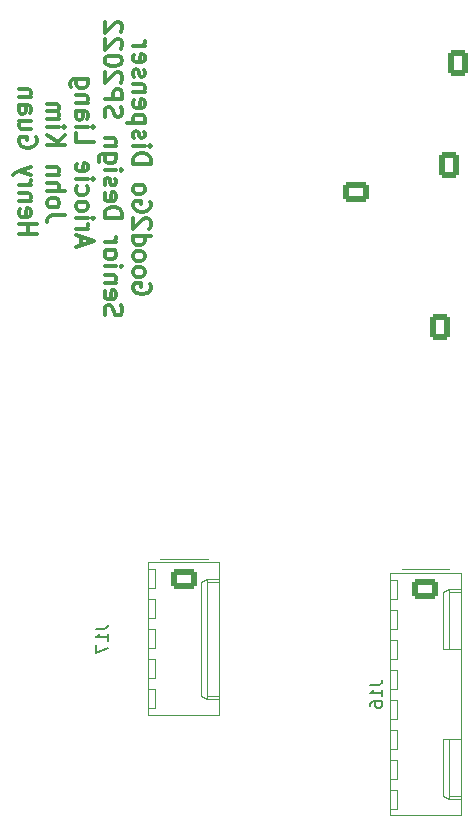
<source format=gbo>
%TF.GenerationSoftware,KiCad,Pcbnew,(6.0.1)*%
%TF.CreationDate,2022-03-08T14:51:08-06:00*%
%TF.ProjectId,arliang2_good2go_2,61726c69-616e-4673-925f-676f6f643267,rev?*%
%TF.SameCoordinates,Original*%
%TF.FileFunction,Legend,Bot*%
%TF.FilePolarity,Positive*%
%FSLAX46Y46*%
G04 Gerber Fmt 4.6, Leading zero omitted, Abs format (unit mm)*
G04 Created by KiCad (PCBNEW (6.0.1)) date 2022-03-08 14:51:08*
%MOMM*%
%LPD*%
G01*
G04 APERTURE LIST*
G04 Aperture macros list*
%AMRoundRect*
0 Rectangle with rounded corners*
0 $1 Rounding radius*
0 $2 $3 $4 $5 $6 $7 $8 $9 X,Y pos of 4 corners*
0 Add a 4 corners polygon primitive as box body*
4,1,4,$2,$3,$4,$5,$6,$7,$8,$9,$2,$3,0*
0 Add four circle primitives for the rounded corners*
1,1,$1+$1,$2,$3*
1,1,$1+$1,$4,$5*
1,1,$1+$1,$6,$7*
1,1,$1+$1,$8,$9*
0 Add four rect primitives between the rounded corners*
20,1,$1+$1,$2,$3,$4,$5,0*
20,1,$1+$1,$4,$5,$6,$7,0*
20,1,$1+$1,$6,$7,$8,$9,0*
20,1,$1+$1,$8,$9,$2,$3,0*%
G04 Aperture macros list end*
%ADD10C,0.300000*%
%ADD11C,0.150000*%
%ADD12C,0.120000*%
%ADD13O,1.740000X2.190000*%
%ADD14RoundRect,0.250000X-0.620000X-0.845000X0.620000X-0.845000X0.620000X0.845000X-0.620000X0.845000X0*%
%ADD15C,1.500000*%
%ADD16C,3.200000*%
%ADD17RoundRect,0.250000X-0.845000X0.620000X-0.845000X-0.620000X0.845000X-0.620000X0.845000X0.620000X0*%
%ADD18O,2.190000X1.740000*%
%ADD19C,2.900000*%
%ADD20R,2.100000X1.900000*%
%ADD21O,2.100000X1.900000*%
%ADD22R,1.600000X1.600000*%
%ADD23O,1.600000X1.600000*%
%ADD24RoundRect,0.250000X0.620000X0.845000X-0.620000X0.845000X-0.620000X-0.845000X0.620000X-0.845000X0*%
%ADD25C,1.700000*%
%ADD26RoundRect,0.250000X0.600000X0.600000X-0.600000X0.600000X-0.600000X-0.600000X0.600000X-0.600000X0*%
%ADD27RoundRect,0.250000X0.845000X-0.620000X0.845000X0.620000X-0.845000X0.620000X-0.845000X-0.620000X0*%
%ADD28C,1.600000*%
%ADD29C,3.000000*%
%ADD30RoundRect,0.250000X-0.600000X-0.600000X0.600000X-0.600000X0.600000X0.600000X-0.600000X0.600000X0*%
G04 APERTURE END LIST*
D10*
X157411511Y-96233631D02*
X157482939Y-96376489D01*
X157482939Y-96590774D01*
X157411511Y-96805060D01*
X157268653Y-96947917D01*
X157125796Y-97019346D01*
X156840082Y-97090774D01*
X156625796Y-97090774D01*
X156340082Y-97019346D01*
X156197225Y-96947917D01*
X156054368Y-96805060D01*
X155982939Y-96590774D01*
X155982939Y-96447917D01*
X156054368Y-96233631D01*
X156125796Y-96162203D01*
X156625796Y-96162203D01*
X156625796Y-96447917D01*
X155982939Y-95305060D02*
X156054368Y-95447917D01*
X156125796Y-95519346D01*
X156268653Y-95590774D01*
X156697225Y-95590774D01*
X156840082Y-95519346D01*
X156911511Y-95447917D01*
X156982939Y-95305060D01*
X156982939Y-95090774D01*
X156911511Y-94947917D01*
X156840082Y-94876489D01*
X156697225Y-94805060D01*
X156268653Y-94805060D01*
X156125796Y-94876489D01*
X156054368Y-94947917D01*
X155982939Y-95090774D01*
X155982939Y-95305060D01*
X155982939Y-93947917D02*
X156054368Y-94090774D01*
X156125796Y-94162203D01*
X156268653Y-94233631D01*
X156697225Y-94233631D01*
X156840082Y-94162203D01*
X156911511Y-94090774D01*
X156982939Y-93947917D01*
X156982939Y-93733631D01*
X156911511Y-93590774D01*
X156840082Y-93519346D01*
X156697225Y-93447917D01*
X156268653Y-93447917D01*
X156125796Y-93519346D01*
X156054368Y-93590774D01*
X155982939Y-93733631D01*
X155982939Y-93947917D01*
X155982939Y-92162203D02*
X157482939Y-92162203D01*
X156054368Y-92162203D02*
X155982939Y-92305060D01*
X155982939Y-92590774D01*
X156054368Y-92733631D01*
X156125796Y-92805060D01*
X156268653Y-92876489D01*
X156697225Y-92876489D01*
X156840082Y-92805060D01*
X156911511Y-92733631D01*
X156982939Y-92590774D01*
X156982939Y-92305060D01*
X156911511Y-92162203D01*
X157340082Y-91519346D02*
X157411511Y-91447917D01*
X157482939Y-91305060D01*
X157482939Y-90947917D01*
X157411511Y-90805060D01*
X157340082Y-90733631D01*
X157197225Y-90662203D01*
X157054368Y-90662203D01*
X156840082Y-90733631D01*
X155982939Y-91590774D01*
X155982939Y-90662203D01*
X157411511Y-89233631D02*
X157482939Y-89376489D01*
X157482939Y-89590774D01*
X157411511Y-89805060D01*
X157268653Y-89947917D01*
X157125796Y-90019346D01*
X156840082Y-90090774D01*
X156625796Y-90090774D01*
X156340082Y-90019346D01*
X156197225Y-89947917D01*
X156054368Y-89805060D01*
X155982939Y-89590774D01*
X155982939Y-89447917D01*
X156054368Y-89233631D01*
X156125796Y-89162203D01*
X156625796Y-89162203D01*
X156625796Y-89447917D01*
X155982939Y-88305060D02*
X156054368Y-88447917D01*
X156125796Y-88519346D01*
X156268653Y-88590774D01*
X156697225Y-88590774D01*
X156840082Y-88519346D01*
X156911511Y-88447917D01*
X156982939Y-88305060D01*
X156982939Y-88090774D01*
X156911511Y-87947917D01*
X156840082Y-87876489D01*
X156697225Y-87805060D01*
X156268653Y-87805060D01*
X156125796Y-87876489D01*
X156054368Y-87947917D01*
X155982939Y-88090774D01*
X155982939Y-88305060D01*
X155982939Y-86019346D02*
X157482939Y-86019346D01*
X157482939Y-85662203D01*
X157411511Y-85447917D01*
X157268653Y-85305060D01*
X157125796Y-85233631D01*
X156840082Y-85162203D01*
X156625796Y-85162203D01*
X156340082Y-85233631D01*
X156197225Y-85305060D01*
X156054368Y-85447917D01*
X155982939Y-85662203D01*
X155982939Y-86019346D01*
X155982939Y-84519346D02*
X156982939Y-84519346D01*
X157482939Y-84519346D02*
X157411511Y-84590774D01*
X157340082Y-84519346D01*
X157411511Y-84447917D01*
X157482939Y-84519346D01*
X157340082Y-84519346D01*
X156054368Y-83876489D02*
X155982939Y-83733631D01*
X155982939Y-83447917D01*
X156054368Y-83305060D01*
X156197225Y-83233631D01*
X156268653Y-83233631D01*
X156411511Y-83305060D01*
X156482939Y-83447917D01*
X156482939Y-83662203D01*
X156554368Y-83805060D01*
X156697225Y-83876489D01*
X156768653Y-83876489D01*
X156911511Y-83805060D01*
X156982939Y-83662203D01*
X156982939Y-83447917D01*
X156911511Y-83305060D01*
X156982939Y-82590774D02*
X155482939Y-82590774D01*
X156911511Y-82590774D02*
X156982939Y-82447917D01*
X156982939Y-82162203D01*
X156911511Y-82019346D01*
X156840082Y-81947917D01*
X156697225Y-81876489D01*
X156268653Y-81876489D01*
X156125796Y-81947917D01*
X156054368Y-82019346D01*
X155982939Y-82162203D01*
X155982939Y-82447917D01*
X156054368Y-82590774D01*
X156054368Y-80662203D02*
X155982939Y-80805060D01*
X155982939Y-81090774D01*
X156054368Y-81233631D01*
X156197225Y-81305060D01*
X156768653Y-81305060D01*
X156911511Y-81233631D01*
X156982939Y-81090774D01*
X156982939Y-80805060D01*
X156911511Y-80662203D01*
X156768653Y-80590774D01*
X156625796Y-80590774D01*
X156482939Y-81305060D01*
X156982939Y-79947917D02*
X155982939Y-79947917D01*
X156840082Y-79947917D02*
X156911511Y-79876489D01*
X156982939Y-79733631D01*
X156982939Y-79519346D01*
X156911511Y-79376489D01*
X156768653Y-79305060D01*
X155982939Y-79305060D01*
X156054368Y-78662203D02*
X155982939Y-78519346D01*
X155982939Y-78233631D01*
X156054368Y-78090774D01*
X156197225Y-78019346D01*
X156268653Y-78019346D01*
X156411511Y-78090774D01*
X156482939Y-78233631D01*
X156482939Y-78447917D01*
X156554368Y-78590774D01*
X156697225Y-78662203D01*
X156768653Y-78662203D01*
X156911511Y-78590774D01*
X156982939Y-78447917D01*
X156982939Y-78233631D01*
X156911511Y-78090774D01*
X156054368Y-76805060D02*
X155982939Y-76947917D01*
X155982939Y-77233631D01*
X156054368Y-77376489D01*
X156197225Y-77447917D01*
X156768653Y-77447917D01*
X156911511Y-77376489D01*
X156982939Y-77233631D01*
X156982939Y-76947917D01*
X156911511Y-76805060D01*
X156768653Y-76733631D01*
X156625796Y-76733631D01*
X156482939Y-77447917D01*
X155982939Y-76090774D02*
X156982939Y-76090774D01*
X156697225Y-76090774D02*
X156840082Y-76019346D01*
X156911511Y-75947917D01*
X156982939Y-75805060D01*
X156982939Y-75662203D01*
X153639368Y-98876489D02*
X153567939Y-98662203D01*
X153567939Y-98305060D01*
X153639368Y-98162203D01*
X153710796Y-98090774D01*
X153853653Y-98019346D01*
X153996511Y-98019346D01*
X154139368Y-98090774D01*
X154210796Y-98162203D01*
X154282225Y-98305060D01*
X154353653Y-98590774D01*
X154425082Y-98733631D01*
X154496511Y-98805060D01*
X154639368Y-98876489D01*
X154782225Y-98876489D01*
X154925082Y-98805060D01*
X154996511Y-98733631D01*
X155067939Y-98590774D01*
X155067939Y-98233631D01*
X154996511Y-98019346D01*
X153639368Y-96805060D02*
X153567939Y-96947917D01*
X153567939Y-97233631D01*
X153639368Y-97376489D01*
X153782225Y-97447917D01*
X154353653Y-97447917D01*
X154496511Y-97376489D01*
X154567939Y-97233631D01*
X154567939Y-96947917D01*
X154496511Y-96805060D01*
X154353653Y-96733631D01*
X154210796Y-96733631D01*
X154067939Y-97447917D01*
X154567939Y-96090774D02*
X153567939Y-96090774D01*
X154425082Y-96090774D02*
X154496511Y-96019346D01*
X154567939Y-95876489D01*
X154567939Y-95662203D01*
X154496511Y-95519346D01*
X154353653Y-95447917D01*
X153567939Y-95447917D01*
X153567939Y-94733631D02*
X154567939Y-94733631D01*
X155067939Y-94733631D02*
X154996511Y-94805060D01*
X154925082Y-94733631D01*
X154996511Y-94662203D01*
X155067939Y-94733631D01*
X154925082Y-94733631D01*
X153567939Y-93805060D02*
X153639368Y-93947917D01*
X153710796Y-94019346D01*
X153853653Y-94090774D01*
X154282225Y-94090774D01*
X154425082Y-94019346D01*
X154496511Y-93947917D01*
X154567939Y-93805060D01*
X154567939Y-93590774D01*
X154496511Y-93447917D01*
X154425082Y-93376489D01*
X154282225Y-93305060D01*
X153853653Y-93305060D01*
X153710796Y-93376489D01*
X153639368Y-93447917D01*
X153567939Y-93590774D01*
X153567939Y-93805060D01*
X153567939Y-92662203D02*
X154567939Y-92662203D01*
X154282225Y-92662203D02*
X154425082Y-92590774D01*
X154496511Y-92519346D01*
X154567939Y-92376489D01*
X154567939Y-92233631D01*
X153567939Y-90590774D02*
X155067939Y-90590774D01*
X155067939Y-90233631D01*
X154996511Y-90019346D01*
X154853653Y-89876489D01*
X154710796Y-89805060D01*
X154425082Y-89733631D01*
X154210796Y-89733631D01*
X153925082Y-89805060D01*
X153782225Y-89876489D01*
X153639368Y-90019346D01*
X153567939Y-90233631D01*
X153567939Y-90590774D01*
X153639368Y-88519346D02*
X153567939Y-88662203D01*
X153567939Y-88947917D01*
X153639368Y-89090774D01*
X153782225Y-89162203D01*
X154353653Y-89162203D01*
X154496511Y-89090774D01*
X154567939Y-88947917D01*
X154567939Y-88662203D01*
X154496511Y-88519346D01*
X154353653Y-88447917D01*
X154210796Y-88447917D01*
X154067939Y-89162203D01*
X153639368Y-87876489D02*
X153567939Y-87733631D01*
X153567939Y-87447917D01*
X153639368Y-87305060D01*
X153782225Y-87233631D01*
X153853653Y-87233631D01*
X153996511Y-87305060D01*
X154067939Y-87447917D01*
X154067939Y-87662203D01*
X154139368Y-87805060D01*
X154282225Y-87876489D01*
X154353653Y-87876489D01*
X154496511Y-87805060D01*
X154567939Y-87662203D01*
X154567939Y-87447917D01*
X154496511Y-87305060D01*
X153567939Y-86590774D02*
X154567939Y-86590774D01*
X155067939Y-86590774D02*
X154996511Y-86662203D01*
X154925082Y-86590774D01*
X154996511Y-86519346D01*
X155067939Y-86590774D01*
X154925082Y-86590774D01*
X154567939Y-85233631D02*
X153353653Y-85233631D01*
X153210796Y-85305060D01*
X153139368Y-85376489D01*
X153067939Y-85519346D01*
X153067939Y-85733631D01*
X153139368Y-85876489D01*
X153639368Y-85233631D02*
X153567939Y-85376489D01*
X153567939Y-85662203D01*
X153639368Y-85805060D01*
X153710796Y-85876489D01*
X153853653Y-85947917D01*
X154282225Y-85947917D01*
X154425082Y-85876489D01*
X154496511Y-85805060D01*
X154567939Y-85662203D01*
X154567939Y-85376489D01*
X154496511Y-85233631D01*
X154567939Y-84519346D02*
X153567939Y-84519346D01*
X154425082Y-84519346D02*
X154496511Y-84447917D01*
X154567939Y-84305060D01*
X154567939Y-84090774D01*
X154496511Y-83947917D01*
X154353653Y-83876489D01*
X153567939Y-83876489D01*
X153639368Y-82090774D02*
X153567939Y-81876489D01*
X153567939Y-81519346D01*
X153639368Y-81376489D01*
X153710796Y-81305060D01*
X153853653Y-81233631D01*
X153996511Y-81233631D01*
X154139368Y-81305060D01*
X154210796Y-81376489D01*
X154282225Y-81519346D01*
X154353653Y-81805060D01*
X154425082Y-81947917D01*
X154496511Y-82019346D01*
X154639368Y-82090774D01*
X154782225Y-82090774D01*
X154925082Y-82019346D01*
X154996511Y-81947917D01*
X155067939Y-81805060D01*
X155067939Y-81447917D01*
X154996511Y-81233631D01*
X153567939Y-80590774D02*
X155067939Y-80590774D01*
X155067939Y-80019346D01*
X154996511Y-79876489D01*
X154925082Y-79805060D01*
X154782225Y-79733631D01*
X154567939Y-79733631D01*
X154425082Y-79805060D01*
X154353653Y-79876489D01*
X154282225Y-80019346D01*
X154282225Y-80590774D01*
X154925082Y-79162203D02*
X154996511Y-79090774D01*
X155067939Y-78947917D01*
X155067939Y-78590774D01*
X154996511Y-78447917D01*
X154925082Y-78376489D01*
X154782225Y-78305060D01*
X154639368Y-78305060D01*
X154425082Y-78376489D01*
X153567939Y-79233631D01*
X153567939Y-78305060D01*
X155067939Y-77376489D02*
X155067939Y-77233631D01*
X154996511Y-77090774D01*
X154925082Y-77019346D01*
X154782225Y-76947917D01*
X154496511Y-76876489D01*
X154139368Y-76876489D01*
X153853653Y-76947917D01*
X153710796Y-77019346D01*
X153639368Y-77090774D01*
X153567939Y-77233631D01*
X153567939Y-77376489D01*
X153639368Y-77519346D01*
X153710796Y-77590774D01*
X153853653Y-77662203D01*
X154139368Y-77733631D01*
X154496511Y-77733631D01*
X154782225Y-77662203D01*
X154925082Y-77590774D01*
X154996511Y-77519346D01*
X155067939Y-77376489D01*
X154925082Y-76305060D02*
X154996511Y-76233631D01*
X155067939Y-76090774D01*
X155067939Y-75733631D01*
X154996511Y-75590774D01*
X154925082Y-75519346D01*
X154782225Y-75447917D01*
X154639368Y-75447917D01*
X154425082Y-75519346D01*
X153567939Y-76376489D01*
X153567939Y-75447917D01*
X154925082Y-74876489D02*
X154996511Y-74805060D01*
X155067939Y-74662203D01*
X155067939Y-74305060D01*
X154996511Y-74162203D01*
X154925082Y-74090774D01*
X154782225Y-74019346D01*
X154639368Y-74019346D01*
X154425082Y-74090774D01*
X153567939Y-74947917D01*
X153567939Y-74019346D01*
X151581511Y-92947917D02*
X151581511Y-92233631D01*
X151152939Y-93090774D02*
X152652939Y-92590774D01*
X151152939Y-92090774D01*
X151152939Y-91590774D02*
X152152939Y-91590774D01*
X151867225Y-91590774D02*
X152010082Y-91519346D01*
X152081511Y-91447917D01*
X152152939Y-91305060D01*
X152152939Y-91162203D01*
X151152939Y-90662203D02*
X152152939Y-90662203D01*
X152652939Y-90662203D02*
X152581511Y-90733631D01*
X152510082Y-90662203D01*
X152581511Y-90590774D01*
X152652939Y-90662203D01*
X152510082Y-90662203D01*
X151152939Y-89733631D02*
X151224368Y-89876489D01*
X151295796Y-89947917D01*
X151438653Y-90019346D01*
X151867225Y-90019346D01*
X152010082Y-89947917D01*
X152081511Y-89876489D01*
X152152939Y-89733631D01*
X152152939Y-89519346D01*
X152081511Y-89376489D01*
X152010082Y-89305060D01*
X151867225Y-89233631D01*
X151438653Y-89233631D01*
X151295796Y-89305060D01*
X151224368Y-89376489D01*
X151152939Y-89519346D01*
X151152939Y-89733631D01*
X151224368Y-87947917D02*
X151152939Y-88090774D01*
X151152939Y-88376489D01*
X151224368Y-88519346D01*
X151295796Y-88590774D01*
X151438653Y-88662203D01*
X151867225Y-88662203D01*
X152010082Y-88590774D01*
X152081511Y-88519346D01*
X152152939Y-88376489D01*
X152152939Y-88090774D01*
X152081511Y-87947917D01*
X151152939Y-87305060D02*
X152152939Y-87305060D01*
X152652939Y-87305060D02*
X152581511Y-87376489D01*
X152510082Y-87305060D01*
X152581511Y-87233631D01*
X152652939Y-87305060D01*
X152510082Y-87305060D01*
X151224368Y-86019346D02*
X151152939Y-86162203D01*
X151152939Y-86447917D01*
X151224368Y-86590774D01*
X151367225Y-86662203D01*
X151938653Y-86662203D01*
X152081511Y-86590774D01*
X152152939Y-86447917D01*
X152152939Y-86162203D01*
X152081511Y-86019346D01*
X151938653Y-85947917D01*
X151795796Y-85947917D01*
X151652939Y-86662203D01*
X151152939Y-83447917D02*
X151152939Y-84162203D01*
X152652939Y-84162203D01*
X151152939Y-82947917D02*
X152152939Y-82947917D01*
X152652939Y-82947917D02*
X152581511Y-83019346D01*
X152510082Y-82947917D01*
X152581511Y-82876489D01*
X152652939Y-82947917D01*
X152510082Y-82947917D01*
X151152939Y-81590774D02*
X151938653Y-81590774D01*
X152081511Y-81662203D01*
X152152939Y-81805060D01*
X152152939Y-82090774D01*
X152081511Y-82233631D01*
X151224368Y-81590774D02*
X151152939Y-81733631D01*
X151152939Y-82090774D01*
X151224368Y-82233631D01*
X151367225Y-82305060D01*
X151510082Y-82305060D01*
X151652939Y-82233631D01*
X151724368Y-82090774D01*
X151724368Y-81733631D01*
X151795796Y-81590774D01*
X152152939Y-80876489D02*
X151152939Y-80876489D01*
X152010082Y-80876489D02*
X152081511Y-80805060D01*
X152152939Y-80662203D01*
X152152939Y-80447917D01*
X152081511Y-80305060D01*
X151938653Y-80233631D01*
X151152939Y-80233631D01*
X152152939Y-78876489D02*
X150938653Y-78876489D01*
X150795796Y-78947917D01*
X150724368Y-79019346D01*
X150652939Y-79162203D01*
X150652939Y-79376489D01*
X150724368Y-79519346D01*
X151224368Y-78876489D02*
X151152939Y-79019346D01*
X151152939Y-79305060D01*
X151224368Y-79447917D01*
X151295796Y-79519346D01*
X151438653Y-79590774D01*
X151867225Y-79590774D01*
X152010082Y-79519346D01*
X152081511Y-79447917D01*
X152152939Y-79305060D01*
X152152939Y-79019346D01*
X152081511Y-78876489D01*
X150237939Y-90376489D02*
X149166511Y-90376489D01*
X148952225Y-90447917D01*
X148809368Y-90590774D01*
X148737939Y-90805060D01*
X148737939Y-90947917D01*
X148737939Y-89447917D02*
X148809368Y-89590774D01*
X148880796Y-89662203D01*
X149023653Y-89733631D01*
X149452225Y-89733631D01*
X149595082Y-89662203D01*
X149666511Y-89590774D01*
X149737939Y-89447917D01*
X149737939Y-89233631D01*
X149666511Y-89090774D01*
X149595082Y-89019346D01*
X149452225Y-88947917D01*
X149023653Y-88947917D01*
X148880796Y-89019346D01*
X148809368Y-89090774D01*
X148737939Y-89233631D01*
X148737939Y-89447917D01*
X148737939Y-88305060D02*
X150237939Y-88305060D01*
X148737939Y-87662203D02*
X149523653Y-87662203D01*
X149666511Y-87733631D01*
X149737939Y-87876488D01*
X149737939Y-88090774D01*
X149666511Y-88233631D01*
X149595082Y-88305060D01*
X149737939Y-86947917D02*
X148737939Y-86947917D01*
X149595082Y-86947917D02*
X149666511Y-86876488D01*
X149737939Y-86733631D01*
X149737939Y-86519346D01*
X149666511Y-86376488D01*
X149523653Y-86305060D01*
X148737939Y-86305060D01*
X148737939Y-84447917D02*
X150237939Y-84447917D01*
X148737939Y-83590774D02*
X149595082Y-84233631D01*
X150237939Y-83590774D02*
X149380796Y-84447917D01*
X148737939Y-82947917D02*
X149737939Y-82947917D01*
X150237939Y-82947917D02*
X150166511Y-83019346D01*
X150095082Y-82947917D01*
X150166511Y-82876488D01*
X150237939Y-82947917D01*
X150095082Y-82947917D01*
X148737939Y-82233631D02*
X149737939Y-82233631D01*
X149595082Y-82233631D02*
X149666511Y-82162203D01*
X149737939Y-82019346D01*
X149737939Y-81805060D01*
X149666511Y-81662203D01*
X149523653Y-81590774D01*
X148737939Y-81590774D01*
X149523653Y-81590774D02*
X149666511Y-81519346D01*
X149737939Y-81376488D01*
X149737939Y-81162203D01*
X149666511Y-81019346D01*
X149523653Y-80947917D01*
X148737939Y-80947917D01*
X146322939Y-92019346D02*
X147822939Y-92019346D01*
X147108653Y-92019346D02*
X147108653Y-91162203D01*
X146322939Y-91162203D02*
X147822939Y-91162203D01*
X146394368Y-89876489D02*
X146322939Y-90019346D01*
X146322939Y-90305060D01*
X146394368Y-90447917D01*
X146537225Y-90519346D01*
X147108653Y-90519346D01*
X147251511Y-90447917D01*
X147322939Y-90305060D01*
X147322939Y-90019346D01*
X147251511Y-89876489D01*
X147108653Y-89805060D01*
X146965796Y-89805060D01*
X146822939Y-90519346D01*
X147322939Y-89162203D02*
X146322939Y-89162203D01*
X147180082Y-89162203D02*
X147251511Y-89090774D01*
X147322939Y-88947917D01*
X147322939Y-88733631D01*
X147251511Y-88590774D01*
X147108653Y-88519346D01*
X146322939Y-88519346D01*
X146322939Y-87805060D02*
X147322939Y-87805060D01*
X147037225Y-87805060D02*
X147180082Y-87733631D01*
X147251511Y-87662203D01*
X147322939Y-87519346D01*
X147322939Y-87376489D01*
X147322939Y-87019346D02*
X146322939Y-86662203D01*
X147322939Y-86305060D02*
X146322939Y-86662203D01*
X145965796Y-86805060D01*
X145894368Y-86876489D01*
X145822939Y-87019346D01*
X147751511Y-83805060D02*
X147822939Y-83947917D01*
X147822939Y-84162203D01*
X147751511Y-84376489D01*
X147608653Y-84519346D01*
X147465796Y-84590774D01*
X147180082Y-84662203D01*
X146965796Y-84662203D01*
X146680082Y-84590774D01*
X146537225Y-84519346D01*
X146394368Y-84376489D01*
X146322939Y-84162203D01*
X146322939Y-84019346D01*
X146394368Y-83805060D01*
X146465796Y-83733631D01*
X146965796Y-83733631D01*
X146965796Y-84019346D01*
X147322939Y-82447917D02*
X146322939Y-82447917D01*
X147322939Y-83090774D02*
X146537225Y-83090774D01*
X146394368Y-83019346D01*
X146322939Y-82876489D01*
X146322939Y-82662203D01*
X146394368Y-82519346D01*
X146465796Y-82447917D01*
X146322939Y-81090774D02*
X147108653Y-81090774D01*
X147251511Y-81162203D01*
X147322939Y-81305060D01*
X147322939Y-81590774D01*
X147251511Y-81733631D01*
X146394368Y-81090774D02*
X146322939Y-81233631D01*
X146322939Y-81590774D01*
X146394368Y-81733631D01*
X146537225Y-81805060D01*
X146680082Y-81805060D01*
X146822939Y-81733631D01*
X146894368Y-81590774D01*
X146894368Y-81233631D01*
X146965796Y-81090774D01*
X147322939Y-80376489D02*
X146322939Y-80376489D01*
X147180082Y-80376489D02*
X147251511Y-80305060D01*
X147322939Y-80162203D01*
X147322939Y-79947917D01*
X147251511Y-79805060D01*
X147108653Y-79733631D01*
X146322939Y-79733631D01*
D11*
%TO.C,J16*%
X176069380Y-130127476D02*
X176783666Y-130127476D01*
X176926523Y-130079857D01*
X177021761Y-129984619D01*
X177069380Y-129841761D01*
X177069380Y-129746523D01*
X177069380Y-131127476D02*
X177069380Y-130556047D01*
X177069380Y-130841761D02*
X176069380Y-130841761D01*
X176212238Y-130746523D01*
X176307476Y-130651285D01*
X176355095Y-130556047D01*
X176069380Y-131984619D02*
X176069380Y-131794142D01*
X176117000Y-131698904D01*
X176164619Y-131651285D01*
X176307476Y-131556047D01*
X176497952Y-131508428D01*
X176878904Y-131508428D01*
X176974142Y-131556047D01*
X177021761Y-131603666D01*
X177069380Y-131698904D01*
X177069380Y-131889380D01*
X177021761Y-131984619D01*
X176974142Y-132032238D01*
X176878904Y-132079857D01*
X176640809Y-132079857D01*
X176545571Y-132032238D01*
X176497952Y-131984619D01*
X176450333Y-131889380D01*
X176450333Y-131698904D01*
X176497952Y-131603666D01*
X176545571Y-131556047D01*
X176640809Y-131508428D01*
%TO.C,J17*%
X152828380Y-125428476D02*
X153542666Y-125428476D01*
X153685523Y-125380857D01*
X153780761Y-125285619D01*
X153828380Y-125142761D01*
X153828380Y-125047523D01*
X153828380Y-126428476D02*
X153828380Y-125857047D01*
X153828380Y-126142761D02*
X152828380Y-126142761D01*
X152971238Y-126047523D01*
X153066476Y-125952285D01*
X153114095Y-125857047D01*
X152828380Y-126761809D02*
X152828380Y-127428476D01*
X153828380Y-126999904D01*
D12*
%TO.C,J16*%
X178307000Y-140627000D02*
X177707000Y-140627000D01*
X177707000Y-131407000D02*
X178307000Y-131407000D01*
X177707000Y-133947000D02*
X178307000Y-133947000D01*
X183727000Y-139827000D02*
X182727000Y-139827000D01*
X183727000Y-120667000D02*
X183727000Y-141207000D01*
X183727000Y-141207000D02*
X177707000Y-141207000D01*
X183727000Y-122047000D02*
X182727000Y-122047000D01*
X178737000Y-120377000D02*
X182737000Y-120377000D01*
X183727000Y-139577000D02*
X182727000Y-139577000D01*
X178307000Y-133007000D02*
X177707000Y-133007000D01*
X178307000Y-139027000D02*
X178307000Y-140627000D01*
X178307000Y-136487000D02*
X178307000Y-138087000D01*
X182197000Y-122297000D02*
X182197000Y-127127000D01*
X178307000Y-133947000D02*
X178307000Y-135547000D01*
X178307000Y-121247000D02*
X178307000Y-122847000D01*
X177707000Y-128867000D02*
X178307000Y-128867000D01*
X182727000Y-122047000D02*
X182727000Y-127127000D01*
X178307000Y-127927000D02*
X177707000Y-127927000D01*
X177707000Y-141207000D02*
X177707000Y-120667000D01*
X182727000Y-127127000D02*
X183727000Y-127127000D01*
X178307000Y-135547000D02*
X177707000Y-135547000D01*
X182197000Y-134747000D02*
X182727000Y-134747000D01*
X178307000Y-138087000D02*
X177707000Y-138087000D01*
X182727000Y-134747000D02*
X183727000Y-134747000D01*
X182197000Y-139577000D02*
X182197000Y-134747000D01*
X177707000Y-123787000D02*
X178307000Y-123787000D01*
X182727000Y-122047000D02*
X182197000Y-122297000D01*
X182727000Y-139827000D02*
X182197000Y-139577000D01*
X178307000Y-125387000D02*
X177707000Y-125387000D01*
X178307000Y-122847000D02*
X177707000Y-122847000D01*
X177707000Y-139027000D02*
X178307000Y-139027000D01*
X182727000Y-139827000D02*
X182727000Y-134747000D01*
X177707000Y-121247000D02*
X178307000Y-121247000D01*
X177707000Y-126327000D02*
X178307000Y-126327000D01*
X178307000Y-128867000D02*
X178307000Y-130467000D01*
X178307000Y-131407000D02*
X178307000Y-133007000D01*
X178307000Y-123787000D02*
X178307000Y-125387000D01*
X178307000Y-130467000D02*
X177707000Y-130467000D01*
X177707000Y-136487000D02*
X178307000Y-136487000D01*
X177707000Y-120667000D02*
X183727000Y-120667000D01*
X182197000Y-127127000D02*
X182727000Y-127127000D01*
X178307000Y-126327000D02*
X178307000Y-127927000D01*
X183727000Y-122297000D02*
X182727000Y-122297000D01*
%TO.C,J17*%
X157860000Y-122898000D02*
X157860000Y-124498000D01*
X163280000Y-121408000D02*
X162280000Y-121408000D01*
X162280000Y-121158000D02*
X161750000Y-121408000D01*
X157260000Y-119778000D02*
X163280000Y-119778000D01*
X163280000Y-132698000D02*
X157260000Y-132698000D01*
X162280000Y-121158000D02*
X162280000Y-131318000D01*
X157860000Y-130518000D02*
X157860000Y-132118000D01*
X157260000Y-130518000D02*
X157860000Y-130518000D01*
X163280000Y-131068000D02*
X162280000Y-131068000D01*
X163280000Y-119778000D02*
X163280000Y-132698000D01*
X157860000Y-127978000D02*
X157860000Y-129578000D01*
X157860000Y-120358000D02*
X157860000Y-121958000D01*
X157260000Y-132698000D02*
X157260000Y-119778000D01*
X157860000Y-127038000D02*
X157260000Y-127038000D01*
X161750000Y-131068000D02*
X162280000Y-131318000D01*
X157860000Y-124498000D02*
X157260000Y-124498000D01*
X157860000Y-125438000D02*
X157860000Y-127038000D01*
X161750000Y-121408000D02*
X161750000Y-131068000D01*
X157260000Y-120358000D02*
X157860000Y-120358000D01*
X157260000Y-127978000D02*
X157860000Y-127978000D01*
X157860000Y-121958000D02*
X157260000Y-121958000D01*
X157260000Y-122898000D02*
X157860000Y-122898000D01*
X157860000Y-129578000D02*
X157260000Y-129578000D01*
X157860000Y-132118000D02*
X157260000Y-132118000D01*
X162280000Y-131318000D02*
X163280000Y-131318000D01*
X163280000Y-121158000D02*
X162280000Y-121158000D01*
X158290000Y-119488000D02*
X162290000Y-119488000D01*
X157260000Y-125438000D02*
X157860000Y-125438000D01*
%TD*%
%LPC*%
D13*
%TO.C,J12*%
X187010511Y-99871489D03*
X184470511Y-99871489D03*
D14*
X181930511Y-99871489D03*
%TD*%
D15*
%TO.C,Y1*%
X109565511Y-90969000D03*
X109565511Y-86089000D03*
%TD*%
D16*
%TO.C,H2*%
X102108000Y-112014000D03*
%TD*%
D17*
%TO.C,J16*%
X180737000Y-122047000D03*
D18*
X180737000Y-124587000D03*
X180737000Y-127127000D03*
X180737000Y-129667000D03*
X180737000Y-132207000D03*
X180737000Y-134747000D03*
X180737000Y-137287000D03*
X180737000Y-139827000D03*
%TD*%
D16*
%TO.C,H9*%
X188341000Y-121031000D03*
%TD*%
D19*
%TO.C,A1*%
X161483511Y-102894489D03*
X141163511Y-102894489D03*
X141163511Y-69874489D03*
X161483511Y-69874489D03*
D20*
X141163511Y-73684489D03*
D21*
X141163511Y-76224489D03*
X141163511Y-78764489D03*
X141163511Y-81304489D03*
X141163511Y-83844489D03*
X141163511Y-86384489D03*
X141163511Y-88924489D03*
X141163511Y-91464489D03*
X141163511Y-94004489D03*
X141163511Y-96544489D03*
X161483511Y-96544489D03*
X161483511Y-94004489D03*
X161483511Y-91464489D03*
X161483511Y-88924489D03*
X161483511Y-86384489D03*
X161483511Y-83844489D03*
X161483511Y-81304489D03*
X161483511Y-78764489D03*
X161483511Y-76224489D03*
X161483511Y-73684489D03*
%TD*%
D22*
%TO.C,U1*%
X115417511Y-66558000D03*
D23*
X115417511Y-69098000D03*
X115417511Y-71638000D03*
X115417511Y-74178000D03*
X115417511Y-76718000D03*
X115417511Y-79258000D03*
X115417511Y-81798000D03*
X115417511Y-84338000D03*
X115417511Y-86878000D03*
X115417511Y-89418000D03*
X115417511Y-91958000D03*
X115417511Y-94498000D03*
X115417511Y-97038000D03*
X115417511Y-99578000D03*
X123037511Y-99578000D03*
X123037511Y-97038000D03*
X123037511Y-94498000D03*
X123037511Y-91958000D03*
X123037511Y-89418000D03*
X123037511Y-86878000D03*
X123037511Y-84338000D03*
X123037511Y-81798000D03*
X123037511Y-79258000D03*
X123037511Y-76718000D03*
X123037511Y-74178000D03*
X123037511Y-71638000D03*
X123037511Y-69098000D03*
X123037511Y-66558000D03*
%TD*%
D24*
%TO.C,J8*%
X164658511Y-47649489D03*
D13*
X162118511Y-47649489D03*
%TD*%
D14*
%TO.C,J2*%
X104231511Y-99822000D03*
D13*
X106771511Y-99822000D03*
X109311511Y-99822000D03*
X111851511Y-99822000D03*
%TD*%
D25*
%TO.C,J15*%
X172532511Y-53364489D03*
X175072511Y-53364489D03*
X172532511Y-55904489D03*
X175072511Y-55904489D03*
X172532511Y-58444489D03*
D26*
X175072511Y-58444489D03*
%TD*%
D16*
%TO.C,H10*%
X158893000Y-138176000D03*
%TD*%
D27*
%TO.C,J3*%
X128488511Y-71501000D03*
D18*
X128488511Y-68961000D03*
X128488511Y-66421000D03*
X128488511Y-63881000D03*
%TD*%
D16*
%TO.C,H1*%
X102108000Y-48514000D03*
%TD*%
%TO.C,H5*%
X132588000Y-48514000D03*
%TD*%
%TO.C,H3*%
X132588000Y-112014000D03*
%TD*%
D18*
%TO.C,J17*%
X160290000Y-131318000D03*
X160290000Y-128778000D03*
X160290000Y-126238000D03*
X160290000Y-123698000D03*
D17*
X160290000Y-121158000D03*
%TD*%
D22*
%TO.C,J9*%
X153482511Y-57809489D03*
D28*
X150982511Y-57809489D03*
X148982511Y-57809489D03*
X146482511Y-57809489D03*
D29*
X143412511Y-55099489D03*
X156552511Y-55099489D03*
%TD*%
D13*
%TO.C,J13*%
X190312511Y-86130489D03*
X187772511Y-86130489D03*
X185232511Y-86130489D03*
D14*
X182692511Y-86130489D03*
%TD*%
%TO.C,J1*%
X116804511Y-106553000D03*
D13*
X119344511Y-106553000D03*
X121884511Y-106553000D03*
X124424511Y-106553000D03*
%TD*%
D30*
%TO.C,J4*%
X130565500Y-92832000D03*
D25*
X133105500Y-92832000D03*
X130565500Y-95372000D03*
X133105500Y-95372000D03*
X130565500Y-97912000D03*
X133105500Y-97912000D03*
%TD*%
D16*
%TO.C,H7*%
X184277000Y-111760000D03*
%TD*%
D13*
%TO.C,J10*%
X187391511Y-59333489D03*
X184851511Y-59333489D03*
D14*
X182311511Y-59333489D03*
%TD*%
D22*
%TO.C,U7*%
X166132000Y-121158000D03*
D23*
X166132000Y-123698000D03*
X166132000Y-126238000D03*
X166132000Y-128778000D03*
X166132000Y-131318000D03*
X166132000Y-133858000D03*
X166132000Y-136398000D03*
X166132000Y-138938000D03*
X173752000Y-138938000D03*
X173752000Y-136398000D03*
X173752000Y-133858000D03*
X173752000Y-131318000D03*
X173752000Y-128778000D03*
X173752000Y-126238000D03*
X173752000Y-123698000D03*
X173752000Y-121158000D03*
%TD*%
D27*
%TO.C,J14*%
X174818511Y-88416489D03*
D18*
X174818511Y-85876489D03*
X174818511Y-83336489D03*
X174818511Y-80796489D03*
%TD*%
D13*
%TO.C,J11*%
X188534511Y-77494489D03*
X185994511Y-77494489D03*
D14*
X183454511Y-77494489D03*
%TD*%
D27*
%TO.C,J7*%
X129413000Y-79248000D03*
D18*
X129413000Y-76708000D03*
%TD*%
D17*
%TO.C,J6*%
X107533511Y-74549000D03*
D18*
X107533511Y-77089000D03*
X107533511Y-79629000D03*
%TD*%
D27*
%TO.C,J5*%
X102707511Y-58039000D03*
D18*
X102707511Y-55499000D03*
%TD*%
D16*
%TO.C,H6*%
X184277000Y-48514000D03*
%TD*%
M02*

</source>
